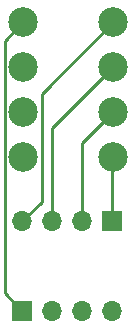
<source format=gbr>
%TF.GenerationSoftware,KiCad,Pcbnew,7.0.9*%
%TF.CreationDate,2024-05-26T02:26:49+09:00*%
%TF.ProjectId,adaptor,61646170-746f-4722-9e6b-696361645f70,rev?*%
%TF.SameCoordinates,Original*%
%TF.FileFunction,Copper,L1,Top*%
%TF.FilePolarity,Positive*%
%FSLAX46Y46*%
G04 Gerber Fmt 4.6, Leading zero omitted, Abs format (unit mm)*
G04 Created by KiCad (PCBNEW 7.0.9) date 2024-05-26 02:26:49*
%MOMM*%
%LPD*%
G01*
G04 APERTURE LIST*
%TA.AperFunction,ComponentPad*%
%ADD10C,2.500000*%
%TD*%
%TA.AperFunction,ComponentPad*%
%ADD11R,1.700000X1.700000*%
%TD*%
%TA.AperFunction,ComponentPad*%
%ADD12O,1.700000X1.700000*%
%TD*%
%TA.AperFunction,Conductor*%
%ADD13C,0.250000*%
%TD*%
G04 APERTURE END LIST*
D10*
%TO.P,U1,1,VIN*%
%TO.N,/1*%
X89735000Y-98245000D03*
%TO.P,U1,2,GND*%
%TO.N,/2*%
X89735000Y-102055000D03*
%TO.P,U1,3,SDA/TX*%
%TO.N,/3*%
X89735000Y-105865000D03*
%TO.P,U1,4,SCL/RX*%
%TO.N,/4*%
X89735000Y-109675000D03*
%TO.P,U1,5,RESET_N*%
%TO.N,/5*%
X97355000Y-109675000D03*
%TO.P,U1,6,INT*%
%TO.N,/6*%
X97355000Y-105865000D03*
%TO.P,U1,7,GND*%
%TO.N,/7*%
X97355000Y-102055000D03*
%TO.P,U1,8,VOUT*%
%TO.N,/8*%
X97355000Y-98245000D03*
%TD*%
D11*
%TO.P,J2,1,Pin_1*%
%TO.N,/5*%
X97272000Y-115062000D03*
D12*
%TO.P,J2,2,Pin_2*%
%TO.N,/6*%
X94732000Y-115062000D03*
%TO.P,J2,3,Pin_3*%
%TO.N,/7*%
X92192000Y-115062000D03*
%TO.P,J2,4,Pin_4*%
%TO.N,/8*%
X89652000Y-115062000D03*
%TD*%
D11*
%TO.P,J1,1,Pin_1*%
%TO.N,/1*%
X89672000Y-122682000D03*
D12*
%TO.P,J1,2,Pin_2*%
%TO.N,/2*%
X92212000Y-122682000D03*
%TO.P,J1,3,Pin_3*%
%TO.N,/3*%
X94752000Y-122682000D03*
%TO.P,J1,4,Pin_4*%
%TO.N,/4*%
X97292000Y-122682000D03*
%TD*%
D13*
%TO.N,/8*%
X91310000Y-104290000D02*
X97355000Y-98245000D01*
X91310000Y-113404000D02*
X91310000Y-104290000D01*
X89652000Y-115062000D02*
X91310000Y-113404000D01*
%TO.N,/7*%
X92192000Y-107218000D02*
X97355000Y-102055000D01*
X92192000Y-115062000D02*
X92192000Y-107218000D01*
%TO.N,/6*%
X94732000Y-108488000D02*
X97355000Y-105865000D01*
X94732000Y-115062000D02*
X94732000Y-108488000D01*
%TO.N,/5*%
X97272000Y-109758000D02*
X97355000Y-109675000D01*
X97272000Y-115062000D02*
X97272000Y-109758000D01*
%TO.N,/1*%
X88160000Y-121170000D02*
X89672000Y-122682000D01*
X88160000Y-99820000D02*
X88160000Y-121170000D01*
X89735000Y-98245000D02*
X88160000Y-99820000D01*
%TD*%
M02*

</source>
